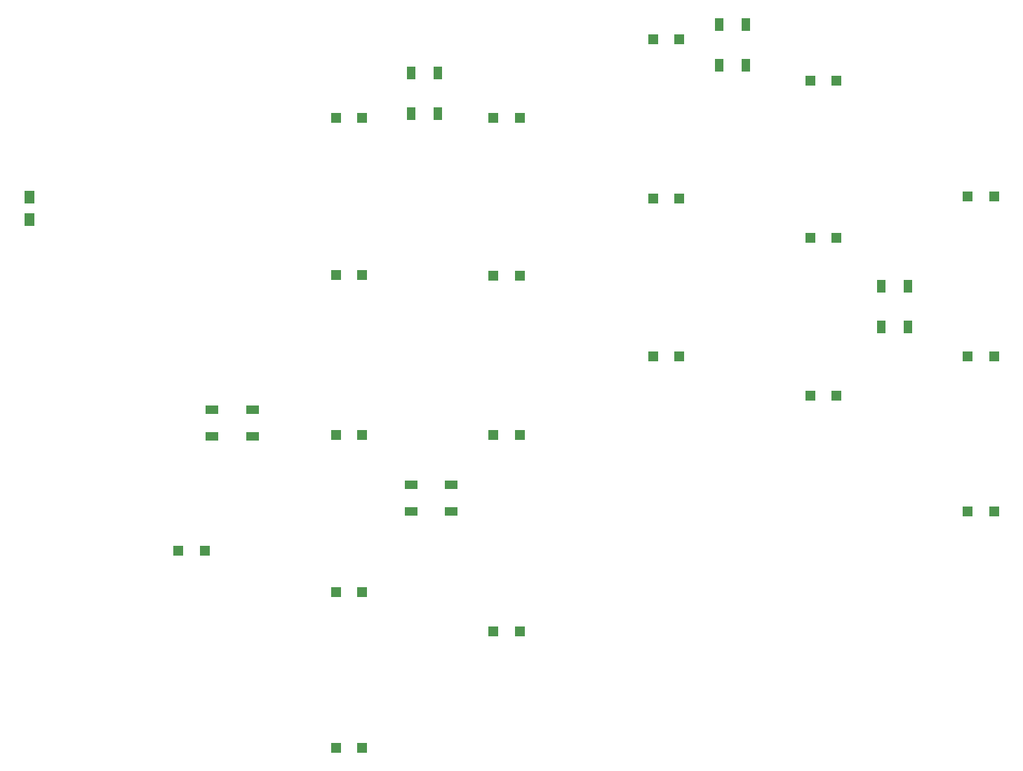
<source format=gbr>
%TF.GenerationSoftware,KiCad,Pcbnew,5.1.10*%
%TF.CreationDate,2021-06-14T18:04:53+02:00*%
%TF.ProjectId,scattered-bat-pcb,73636174-7465-4726-9564-2d6261742d70,rev?*%
%TF.SameCoordinates,Original*%
%TF.FileFunction,Paste,Bot*%
%TF.FilePolarity,Positive*%
%FSLAX46Y46*%
G04 Gerber Fmt 4.6, Leading zero omitted, Abs format (unit mm)*
G04 Created by KiCad (PCBNEW 5.1.10) date 2021-06-14 18:04:53*
%MOMM*%
%LPD*%
G01*
G04 APERTURE LIST*
%ADD10R,1.200000X1.500000*%
%ADD11R,1.000000X1.500000*%
%ADD12R,1.200000X1.200000*%
%ADD13R,1.500000X1.000000*%
G04 APERTURE END LIST*
D10*
%TO.C,R1*%
X41920000Y-72040000D03*
X41920000Y-74740000D03*
%TD*%
D11*
%TO.C,D38*%
X144740000Y-82850000D03*
X147940000Y-82850000D03*
X144740000Y-87750000D03*
X147940000Y-87750000D03*
%TD*%
D12*
%TO.C,D23*%
X63075000Y-114750000D03*
X59925000Y-114750000D03*
%TD*%
%TO.C,D17*%
X82075000Y-81490000D03*
X78925000Y-81490000D03*
%TD*%
%TO.C,D18*%
X82075000Y-100750000D03*
X78925000Y-100750000D03*
%TD*%
%TO.C,D19*%
X82075000Y-119750000D03*
X78925000Y-119750000D03*
%TD*%
%TO.C,D20*%
X82075000Y-138500000D03*
X78925000Y-138500000D03*
%TD*%
%TO.C,D13*%
X101075000Y-81500000D03*
X97925000Y-81500000D03*
%TD*%
%TO.C,D14*%
X101075000Y-100750000D03*
X97925000Y-100750000D03*
%TD*%
%TO.C,D15*%
X101075000Y-124500000D03*
X97925000Y-124500000D03*
%TD*%
%TO.C,D10*%
X120335000Y-72230000D03*
X117185000Y-72230000D03*
%TD*%
%TO.C,D11*%
X120325000Y-91250000D03*
X117175000Y-91250000D03*
%TD*%
%TO.C,D8*%
X139325000Y-96000000D03*
X136175000Y-96000000D03*
%TD*%
%TO.C,D7*%
X139335000Y-77010000D03*
X136185000Y-77010000D03*
%TD*%
%TO.C,D4*%
X158315000Y-91250000D03*
X155165000Y-91250000D03*
%TD*%
%TO.C,D5*%
X158325000Y-109990000D03*
X155175000Y-109990000D03*
%TD*%
%TO.C,D3*%
X158325000Y-72000000D03*
X155175000Y-72000000D03*
%TD*%
%TO.C,D6*%
X139325000Y-58000000D03*
X136175000Y-58000000D03*
%TD*%
%TO.C,D9*%
X120325000Y-53000000D03*
X117175000Y-53000000D03*
%TD*%
%TO.C,D12*%
X101075000Y-62500000D03*
X97925000Y-62500000D03*
%TD*%
%TO.C,D16*%
X82075000Y-62510000D03*
X78925000Y-62510000D03*
%TD*%
D11*
%TO.C,D39*%
X125170000Y-51220000D03*
X128370000Y-51220000D03*
X125170000Y-56120000D03*
X128370000Y-56120000D03*
%TD*%
D13*
%TO.C,D37*%
X92860000Y-106750000D03*
X92860000Y-109950000D03*
X87960000Y-106750000D03*
X87960000Y-109950000D03*
%TD*%
%TO.C,D36*%
X63930000Y-100890000D03*
X63930000Y-97690000D03*
X68830000Y-100890000D03*
X68830000Y-97690000D03*
%TD*%
D11*
%TO.C,D35*%
X87980000Y-57100000D03*
X91180000Y-57100000D03*
X87980000Y-62000000D03*
X91180000Y-62000000D03*
%TD*%
M02*

</source>
